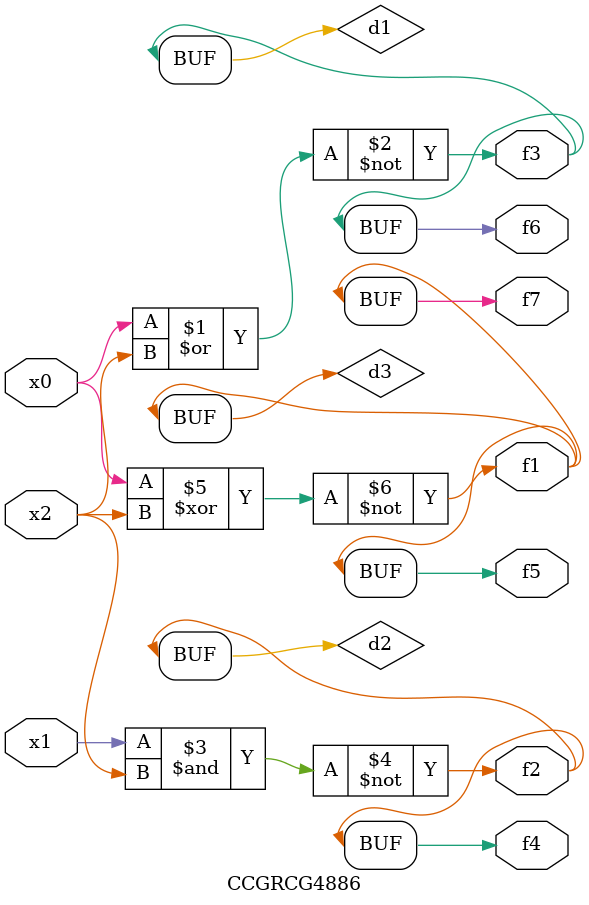
<source format=v>
module CCGRCG4886(
	input x0, x1, x2,
	output f1, f2, f3, f4, f5, f6, f7
);

	wire d1, d2, d3;

	nor (d1, x0, x2);
	nand (d2, x1, x2);
	xnor (d3, x0, x2);
	assign f1 = d3;
	assign f2 = d2;
	assign f3 = d1;
	assign f4 = d2;
	assign f5 = d3;
	assign f6 = d1;
	assign f7 = d3;
endmodule

</source>
